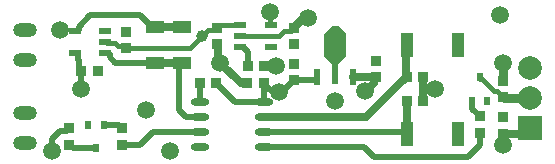
<source format=gtl>
G04*
G04 #@! TF.GenerationSoftware,Altium Limited,Altium Designer,20.1.7 (139)*
G04*
G04 Layer_Physical_Order=1*
G04 Layer_Color=255*
%FSLAX44Y44*%
%MOMM*%
G71*
G04*
G04 #@! TF.SameCoordinates,662E4E51-3FC6-4070-AA2F-EFADEBEA197F*
G04*
G04*
G04 #@! TF.FilePolarity,Positive*
G04*
G01*
G75*
%ADD25R,0.8500X0.8500*%
%ADD26R,0.8500X0.8500*%
G04:AMPARAMS|DCode=27|XSize=1.55mm|YSize=0.6mm|CornerRadius=0.3mm|HoleSize=0mm|Usage=FLASHONLY|Rotation=0.000|XOffset=0mm|YOffset=0mm|HoleType=Round|Shape=RoundedRectangle|*
%AMROUNDEDRECTD27*
21,1,1.5500,0.0000,0,0,0.0*
21,1,0.9500,0.6000,0,0,0.0*
1,1,0.6000,0.4750,0.0000*
1,1,0.6000,-0.4750,0.0000*
1,1,0.6000,-0.4750,0.0000*
1,1,0.6000,0.4750,0.0000*
%
%ADD27ROUNDEDRECTD27*%
%ADD28R,1.6000X1.0000*%
%ADD29R,0.6000X1.4000*%
%ADD30R,0.6000X1.8000*%
%ADD31R,0.5000X0.7000*%
%ADD32R,1.1000X0.6000*%
%ADD33R,1.0000X2.0000*%
%ADD34C,0.7000*%
%ADD35C,0.5000*%
%ADD36C,0.3810*%
%ADD37C,0.8000*%
%ADD38O,2.0000X1.2000*%
%ADD39C,2.0000*%
%ADD40R,2.0000X2.0000*%
%ADD41C,1.5000*%
%ADD42C,1.0000*%
G36*
X297000Y89000D02*
X290500Y95500D01*
Y114500D01*
X297000Y121000D01*
X303000D01*
X309500Y114500D01*
Y95500D01*
X303000Y89000D01*
X297000D01*
D02*
G37*
D25*
X200000Y105500D02*
D03*
Y119500D02*
D03*
X442500Y30000D02*
D03*
Y44000D02*
D03*
X75000Y34500D02*
D03*
Y20500D02*
D03*
X442500Y60500D02*
D03*
Y74500D02*
D03*
X120000Y20500D02*
D03*
Y34500D02*
D03*
X422500Y30500D02*
D03*
Y44500D02*
D03*
X265000Y75000D02*
D03*
Y89000D02*
D03*
X335000Y77500D02*
D03*
Y91500D02*
D03*
X265000Y119500D02*
D03*
Y105500D02*
D03*
X123019Y101981D02*
D03*
Y115981D02*
D03*
D26*
X185500Y72500D02*
D03*
X199500D02*
D03*
X239500D02*
D03*
X225500D02*
D03*
X360500Y77500D02*
D03*
X374500D02*
D03*
X360500Y57500D02*
D03*
X374500D02*
D03*
X240000Y87500D02*
D03*
X226000D02*
D03*
X85000Y82500D02*
D03*
X99000D02*
D03*
D27*
X185500Y56550D02*
D03*
Y43850D02*
D03*
Y31150D02*
D03*
Y18450D02*
D03*
X239500D02*
D03*
Y31150D02*
D03*
Y43850D02*
D03*
Y56550D02*
D03*
D28*
X170000Y90000D02*
D03*
Y120000D02*
D03*
X147500D02*
D03*
Y90000D02*
D03*
D29*
X285000Y78000D02*
D03*
X315000D02*
D03*
D30*
X300000Y80000D02*
D03*
D31*
X97500Y17500D02*
D03*
X91000Y37500D02*
D03*
X104000D02*
D03*
X422500Y77500D02*
D03*
X429000Y57500D02*
D03*
X416000D02*
D03*
D32*
X219500Y122000D02*
D03*
Y112500D02*
D03*
Y103000D02*
D03*
X245500D02*
D03*
Y122000D02*
D03*
X105500Y98000D02*
D03*
Y107500D02*
D03*
Y117000D02*
D03*
X79500D02*
D03*
Y98000D02*
D03*
D33*
X360500Y105000D02*
D03*
X404500D02*
D03*
X360500Y30000D02*
D03*
X404500D02*
D03*
D34*
X200000Y105500D02*
X200750Y104750D01*
Y93915D02*
Y104750D01*
Y93915D02*
X202500Y92165D01*
Y90000D02*
Y92165D01*
X225500Y72500D02*
X225500Y72500D01*
X220000Y72500D02*
X225500D01*
X202500Y90000D02*
X220000Y72500D01*
X265000Y119500D02*
X271469Y125969D01*
X275969D01*
X277500Y127500D01*
X147500Y90000D02*
X170000D01*
X325722Y66250D02*
X332655Y73183D01*
Y75155D01*
X335000Y77500D01*
X326350Y43850D02*
X357655Y75155D01*
X239500Y43850D02*
X326350D01*
X374500Y67500D02*
Y77500D01*
Y57500D02*
Y67500D01*
X385000D02*
X385000Y67500D01*
X374500Y67500D02*
X385000D01*
X360042Y77958D02*
X360500Y77500D01*
X360042Y77958D02*
Y104542D01*
X360500Y105000D01*
X358155Y75155D02*
X360500Y77500D01*
X357655Y75155D02*
X358155D01*
X360500Y30000D02*
Y57500D01*
X315000Y78000D02*
X315500Y77500D01*
X335000D01*
X144500Y120000D02*
X170000D01*
X442500Y30000D02*
X460400D01*
D35*
X60000Y13930D02*
Y15000D01*
Y13930D02*
X61430Y12500D01*
X60715Y13215D02*
X61430Y12500D01*
X60715Y13215D02*
Y25715D01*
X67500Y32500D01*
X83095Y120595D02*
X92695Y130195D01*
X79500Y117000D02*
X82000D01*
X83095Y118095D01*
X92695Y130195D02*
X134805D01*
X83095Y118095D02*
Y120595D01*
X73000Y32500D02*
X75000Y34500D01*
X67500Y32500D02*
X73000D01*
X113500Y90000D02*
X147500D01*
X109095Y94405D02*
Y96905D01*
Y94405D02*
X113500Y90000D01*
X416000Y51000D02*
X422500Y44500D01*
X416000Y51000D02*
Y57500D01*
X422500Y20000D02*
Y30500D01*
X412500Y10000D02*
X422500Y20000D01*
X333106Y10000D02*
X412500D01*
X324656Y18450D02*
X333106Y10000D01*
X239500Y18450D02*
X324656D01*
X239500Y31150D02*
X359350D01*
X360500Y30000D01*
X120000Y20500D02*
X120500Y20000D01*
X135000D01*
X146150Y31150D02*
X185500D01*
X135000Y20000D02*
X146150Y31150D01*
X167500Y87500D02*
X170000Y90000D01*
X167500Y50000D02*
Y87500D01*
X173650Y43850D02*
X185500D01*
X167500Y50000D02*
X173650Y43850D01*
X185500Y56550D02*
Y72500D01*
X265000Y75000D02*
X283905D01*
X285000Y76095D01*
Y78000D01*
X255000Y65000D02*
X265000Y75000D01*
X252500Y65000D02*
X255000D01*
X239500Y72500D02*
X244859Y67141D01*
X215450Y56550D02*
X239500D01*
X199500Y72500D02*
X215450Y56550D01*
X239500Y56550D02*
X239500Y56550D01*
X239500Y56550D02*
Y72500D01*
X226000Y87500D02*
Y99000D01*
X222000Y103000D02*
X226000Y99000D01*
X219500Y103000D02*
X222000D01*
X78000Y17500D02*
X97500D01*
X75000Y20500D02*
X78000Y17500D01*
X85000Y67500D02*
Y82500D01*
X82858Y84642D02*
X85000Y82500D01*
X82858Y84642D02*
Y92142D01*
X82731Y92269D02*
X82858Y92142D01*
X82731Y92269D02*
Y96905D01*
X81636Y98000D02*
X82731Y96905D01*
X79500Y98000D02*
X81636D01*
X134805Y130195D02*
X141405Y123595D01*
Y123095D02*
X144500Y120000D01*
X141405Y123095D02*
Y123595D01*
X104000Y37500D02*
X117000D01*
X120000Y34500D01*
D36*
X422500Y76500D02*
Y77500D01*
X424095Y75905D02*
X434195Y65805D01*
X422500Y76500D02*
X423095Y75905D01*
X424095D01*
X437195Y65805D02*
X442750Y60250D01*
X434195Y65805D02*
X437195D01*
X464750Y60250D02*
X465000Y60000D01*
X108000Y98000D02*
X109095Y96905D01*
X105500Y98000D02*
X108000D01*
X123019Y101981D02*
X176981D01*
X192769Y117769D02*
X198269D01*
X176981Y101981D02*
X192769Y117769D01*
X198269D02*
X202500Y122000D01*
X240000Y87500D02*
X250000D01*
X245250Y122250D02*
X245500Y122000D01*
X245250Y122250D02*
Y132250D01*
X245000Y132500D02*
X245250Y132250D01*
X185500Y56550D02*
X185500Y56550D01*
X185500Y72500D02*
X185500Y72500D01*
X219500Y112500D02*
X252500D01*
X257155Y117155D02*
X262655D01*
X252500Y112500D02*
X257155Y117155D01*
X262655D02*
X265000Y119500D01*
X202500Y122000D02*
X219500D01*
X105500Y107500D02*
X106481Y106519D01*
X113481D01*
X116038Y103962D01*
X121038D02*
X123019Y101981D01*
X116038Y103962D02*
X121038D01*
X103000Y107500D02*
X105500D01*
X37500Y120200D02*
X37850Y119850D01*
X460400Y30000D02*
X465000Y34600D01*
D37*
X442750Y60250D02*
X464750D01*
X442500Y74500D02*
Y90000D01*
D38*
X37500Y117700D02*
D03*
Y92300D02*
D03*
X37500Y47700D02*
D03*
Y22300D02*
D03*
D39*
X465000Y85400D02*
D03*
Y60000D02*
D03*
D40*
Y34600D02*
D03*
D41*
X202500Y90000D02*
D03*
X60000Y15000D02*
D03*
X140000Y50000D02*
D03*
X160000Y15000D02*
D03*
X300000Y57500D02*
D03*
X440000Y130000D02*
D03*
X67500Y117500D02*
D03*
X277500Y127500D02*
D03*
X325722Y66250D02*
D03*
X442500Y20000D02*
D03*
X385000Y67500D02*
D03*
X245000Y132500D02*
D03*
X250000Y87500D02*
D03*
X252500Y65000D02*
D03*
X85000Y67500D02*
D03*
X442500Y90000D02*
D03*
D42*
X187500Y112500D02*
D03*
M02*

</source>
